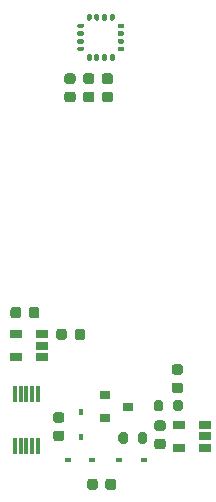
<source format=gbp>
%TF.GenerationSoftware,KiCad,Pcbnew,5.1.10-88a1d61d58~88~ubuntu18.04.1*%
%TF.CreationDate,2021-06-05T10:08:30+03:00*%
%TF.ProjectId,ebyte-E73-2G4M08S1x-board,65627974-652d-4453-9733-2d3247344d30,rev?*%
%TF.SameCoordinates,Original*%
%TF.FileFunction,Paste,Bot*%
%TF.FilePolarity,Positive*%
%FSLAX46Y46*%
G04 Gerber Fmt 4.6, Leading zero omitted, Abs format (unit mm)*
G04 Created by KiCad (PCBNEW 5.1.10-88a1d61d58~88~ubuntu18.04.1) date 2021-06-05 10:08:30*
%MOMM*%
%LPD*%
G01*
G04 APERTURE LIST*
%ADD10R,0.300000X1.400000*%
%ADD11R,0.600000X0.450000*%
%ADD12R,0.450000X0.600000*%
%ADD13R,1.060000X0.650000*%
%ADD14R,0.900000X0.800000*%
G04 APERTURE END LIST*
%TO.C,C11*%
G36*
G01*
X148405000Y-113923000D02*
X148405000Y-114423000D01*
G75*
G02*
X148180000Y-114648000I-225000J0D01*
G01*
X147730000Y-114648000D01*
G75*
G02*
X147505000Y-114423000I0J225000D01*
G01*
X147505000Y-113923000D01*
G75*
G02*
X147730000Y-113698000I225000J0D01*
G01*
X148180000Y-113698000D01*
G75*
G02*
X148405000Y-113923000I0J-225000D01*
G01*
G37*
G36*
G01*
X149955000Y-113923000D02*
X149955000Y-114423000D01*
G75*
G02*
X149730000Y-114648000I-225000J0D01*
G01*
X149280000Y-114648000D01*
G75*
G02*
X149055000Y-114423000I0J225000D01*
G01*
X149055000Y-113923000D01*
G75*
G02*
X149280000Y-113698000I225000J0D01*
G01*
X149730000Y-113698000D01*
G75*
G02*
X149955000Y-113923000I0J-225000D01*
G01*
G37*
%TD*%
%TO.C,C9*%
G36*
G01*
X147387500Y-80919500D02*
X147887500Y-80919500D01*
G75*
G02*
X148112500Y-81144500I0J-225000D01*
G01*
X148112500Y-81594500D01*
G75*
G02*
X147887500Y-81819500I-225000J0D01*
G01*
X147387500Y-81819500D01*
G75*
G02*
X147162500Y-81594500I0J225000D01*
G01*
X147162500Y-81144500D01*
G75*
G02*
X147387500Y-80919500I225000J0D01*
G01*
G37*
G36*
G01*
X147387500Y-79369500D02*
X147887500Y-79369500D01*
G75*
G02*
X148112500Y-79594500I0J-225000D01*
G01*
X148112500Y-80044500D01*
G75*
G02*
X147887500Y-80269500I-225000J0D01*
G01*
X147387500Y-80269500D01*
G75*
G02*
X147162500Y-80044500I0J225000D01*
G01*
X147162500Y-79594500D01*
G75*
G02*
X147387500Y-79369500I225000J0D01*
G01*
G37*
%TD*%
%TO.C,C10*%
G36*
G01*
X145800000Y-80919500D02*
X146300000Y-80919500D01*
G75*
G02*
X146525000Y-81144500I0J-225000D01*
G01*
X146525000Y-81594500D01*
G75*
G02*
X146300000Y-81819500I-225000J0D01*
G01*
X145800000Y-81819500D01*
G75*
G02*
X145575000Y-81594500I0J225000D01*
G01*
X145575000Y-81144500D01*
G75*
G02*
X145800000Y-80919500I225000J0D01*
G01*
G37*
G36*
G01*
X145800000Y-79369500D02*
X146300000Y-79369500D01*
G75*
G02*
X146525000Y-79594500I0J-225000D01*
G01*
X146525000Y-80044500D01*
G75*
G02*
X146300000Y-80269500I-225000J0D01*
G01*
X145800000Y-80269500D01*
G75*
G02*
X145575000Y-80044500I0J225000D01*
G01*
X145575000Y-79594500D01*
G75*
G02*
X145800000Y-79369500I225000J0D01*
G01*
G37*
%TD*%
%TO.C,R2*%
G36*
G01*
X151809000Y-110511000D02*
X151809000Y-109961000D01*
G75*
G02*
X152009000Y-109761000I200000J0D01*
G01*
X152409000Y-109761000D01*
G75*
G02*
X152609000Y-109961000I0J-200000D01*
G01*
X152609000Y-110511000D01*
G75*
G02*
X152409000Y-110711000I-200000J0D01*
G01*
X152009000Y-110711000D01*
G75*
G02*
X151809000Y-110511000I0J200000D01*
G01*
G37*
G36*
G01*
X150159000Y-110511000D02*
X150159000Y-109961000D01*
G75*
G02*
X150359000Y-109761000I200000J0D01*
G01*
X150759000Y-109761000D01*
G75*
G02*
X150959000Y-109961000I0J-200000D01*
G01*
X150959000Y-110511000D01*
G75*
G02*
X150759000Y-110711000I-200000J0D01*
G01*
X150359000Y-110711000D01*
G75*
G02*
X150159000Y-110511000I0J200000D01*
G01*
G37*
%TD*%
D10*
%TO.C,U3*%
X143367000Y-106512000D03*
X142867000Y-106512000D03*
X142367000Y-106512000D03*
X141867000Y-106512000D03*
X141367000Y-106512000D03*
X141367000Y-110912000D03*
X141867000Y-110912000D03*
X142367000Y-110912000D03*
X142867000Y-110912000D03*
X143367000Y-110912000D03*
%TD*%
%TO.C,C1*%
G36*
G01*
X153920000Y-109657000D02*
X153420000Y-109657000D01*
G75*
G02*
X153195000Y-109432000I0J225000D01*
G01*
X153195000Y-108982000D01*
G75*
G02*
X153420000Y-108757000I225000J0D01*
G01*
X153920000Y-108757000D01*
G75*
G02*
X154145000Y-108982000I0J-225000D01*
G01*
X154145000Y-109432000D01*
G75*
G02*
X153920000Y-109657000I-225000J0D01*
G01*
G37*
G36*
G01*
X153920000Y-111207000D02*
X153420000Y-111207000D01*
G75*
G02*
X153195000Y-110982000I0J225000D01*
G01*
X153195000Y-110532000D01*
G75*
G02*
X153420000Y-110307000I225000J0D01*
G01*
X153920000Y-110307000D01*
G75*
G02*
X154145000Y-110532000I0J-225000D01*
G01*
X154145000Y-110982000D01*
G75*
G02*
X153920000Y-111207000I-225000J0D01*
G01*
G37*
%TD*%
D11*
%TO.C,D3*%
X152307000Y-112077500D03*
X150207000Y-112077500D03*
%TD*%
%TO.C,U4*%
G36*
G01*
X147478500Y-78202000D02*
X147478500Y-77852000D01*
G75*
G02*
X147578500Y-77752000I100000J0D01*
G01*
X147778500Y-77752000D01*
G75*
G02*
X147878500Y-77852000I0J-100000D01*
G01*
X147878500Y-78202000D01*
G75*
G02*
X147778500Y-78302000I-100000J0D01*
G01*
X147578500Y-78302000D01*
G75*
G02*
X147478500Y-78202000I0J100000D01*
G01*
G37*
G36*
G01*
X148128500Y-78202000D02*
X148128500Y-77852000D01*
G75*
G02*
X148228500Y-77752000I100000J0D01*
G01*
X148428500Y-77752000D01*
G75*
G02*
X148528500Y-77852000I0J-100000D01*
G01*
X148528500Y-78202000D01*
G75*
G02*
X148428500Y-78302000I-100000J0D01*
G01*
X148228500Y-78302000D01*
G75*
G02*
X148128500Y-78202000I0J100000D01*
G01*
G37*
G36*
G01*
X148778500Y-78202000D02*
X148778500Y-77852000D01*
G75*
G02*
X148878500Y-77752000I100000J0D01*
G01*
X149078500Y-77752000D01*
G75*
G02*
X149178500Y-77852000I0J-100000D01*
G01*
X149178500Y-78202000D01*
G75*
G02*
X149078500Y-78302000I-100000J0D01*
G01*
X148878500Y-78302000D01*
G75*
G02*
X148778500Y-78202000I0J100000D01*
G01*
G37*
G36*
G01*
X149428500Y-78202000D02*
X149428500Y-77852000D01*
G75*
G02*
X149528500Y-77752000I100000J0D01*
G01*
X149728500Y-77752000D01*
G75*
G02*
X149828500Y-77852000I0J-100000D01*
G01*
X149828500Y-78202000D01*
G75*
G02*
X149728500Y-78302000I-100000J0D01*
G01*
X149528500Y-78302000D01*
G75*
G02*
X149428500Y-78202000I0J100000D01*
G01*
G37*
G36*
G01*
X150078500Y-77402000D02*
X150078500Y-77202000D01*
G75*
G02*
X150178500Y-77102000I100000J0D01*
G01*
X150528500Y-77102000D01*
G75*
G02*
X150628500Y-77202000I0J-100000D01*
G01*
X150628500Y-77402000D01*
G75*
G02*
X150528500Y-77502000I-100000J0D01*
G01*
X150178500Y-77502000D01*
G75*
G02*
X150078500Y-77402000I0J100000D01*
G01*
G37*
G36*
G01*
X150078500Y-76752000D02*
X150078500Y-76552000D01*
G75*
G02*
X150178500Y-76452000I100000J0D01*
G01*
X150528500Y-76452000D01*
G75*
G02*
X150628500Y-76552000I0J-100000D01*
G01*
X150628500Y-76752000D01*
G75*
G02*
X150528500Y-76852000I-100000J0D01*
G01*
X150178500Y-76852000D01*
G75*
G02*
X150078500Y-76752000I0J100000D01*
G01*
G37*
G36*
G01*
X150078500Y-76102000D02*
X150078500Y-75902000D01*
G75*
G02*
X150178500Y-75802000I100000J0D01*
G01*
X150528500Y-75802000D01*
G75*
G02*
X150628500Y-75902000I0J-100000D01*
G01*
X150628500Y-76102000D01*
G75*
G02*
X150528500Y-76202000I-100000J0D01*
G01*
X150178500Y-76202000D01*
G75*
G02*
X150078500Y-76102000I0J100000D01*
G01*
G37*
G36*
G01*
X150078500Y-75452000D02*
X150078500Y-75252000D01*
G75*
G02*
X150178500Y-75152000I100000J0D01*
G01*
X150528500Y-75152000D01*
G75*
G02*
X150628500Y-75252000I0J-100000D01*
G01*
X150628500Y-75452000D01*
G75*
G02*
X150528500Y-75552000I-100000J0D01*
G01*
X150178500Y-75552000D01*
G75*
G02*
X150078500Y-75452000I0J100000D01*
G01*
G37*
G36*
G01*
X149428500Y-74802000D02*
X149428500Y-74452000D01*
G75*
G02*
X149528500Y-74352000I100000J0D01*
G01*
X149728500Y-74352000D01*
G75*
G02*
X149828500Y-74452000I0J-100000D01*
G01*
X149828500Y-74802000D01*
G75*
G02*
X149728500Y-74902000I-100000J0D01*
G01*
X149528500Y-74902000D01*
G75*
G02*
X149428500Y-74802000I0J100000D01*
G01*
G37*
G36*
G01*
X148778500Y-74802000D02*
X148778500Y-74452000D01*
G75*
G02*
X148878500Y-74352000I100000J0D01*
G01*
X149078500Y-74352000D01*
G75*
G02*
X149178500Y-74452000I0J-100000D01*
G01*
X149178500Y-74802000D01*
G75*
G02*
X149078500Y-74902000I-100000J0D01*
G01*
X148878500Y-74902000D01*
G75*
G02*
X148778500Y-74802000I0J100000D01*
G01*
G37*
G36*
G01*
X148128500Y-74802000D02*
X148128500Y-74452000D01*
G75*
G02*
X148228500Y-74352000I100000J0D01*
G01*
X148428500Y-74352000D01*
G75*
G02*
X148528500Y-74452000I0J-100000D01*
G01*
X148528500Y-74802000D01*
G75*
G02*
X148428500Y-74902000I-100000J0D01*
G01*
X148228500Y-74902000D01*
G75*
G02*
X148128500Y-74802000I0J100000D01*
G01*
G37*
G36*
G01*
X147478500Y-74802000D02*
X147478500Y-74452000D01*
G75*
G02*
X147578500Y-74352000I100000J0D01*
G01*
X147778500Y-74352000D01*
G75*
G02*
X147878500Y-74452000I0J-100000D01*
G01*
X147878500Y-74802000D01*
G75*
G02*
X147778500Y-74902000I-100000J0D01*
G01*
X147578500Y-74902000D01*
G75*
G02*
X147478500Y-74802000I0J100000D01*
G01*
G37*
G36*
G01*
X146678500Y-75452000D02*
X146678500Y-75252000D01*
G75*
G02*
X146778500Y-75152000I100000J0D01*
G01*
X147128500Y-75152000D01*
G75*
G02*
X147228500Y-75252000I0J-100000D01*
G01*
X147228500Y-75452000D01*
G75*
G02*
X147128500Y-75552000I-100000J0D01*
G01*
X146778500Y-75552000D01*
G75*
G02*
X146678500Y-75452000I0J100000D01*
G01*
G37*
G36*
G01*
X146678500Y-76102000D02*
X146678500Y-75902000D01*
G75*
G02*
X146778500Y-75802000I100000J0D01*
G01*
X147128500Y-75802000D01*
G75*
G02*
X147228500Y-75902000I0J-100000D01*
G01*
X147228500Y-76102000D01*
G75*
G02*
X147128500Y-76202000I-100000J0D01*
G01*
X146778500Y-76202000D01*
G75*
G02*
X146678500Y-76102000I0J100000D01*
G01*
G37*
G36*
G01*
X146678500Y-76752000D02*
X146678500Y-76552000D01*
G75*
G02*
X146778500Y-76452000I100000J0D01*
G01*
X147128500Y-76452000D01*
G75*
G02*
X147228500Y-76552000I0J-100000D01*
G01*
X147228500Y-76752000D01*
G75*
G02*
X147128500Y-76852000I-100000J0D01*
G01*
X146778500Y-76852000D01*
G75*
G02*
X146678500Y-76752000I0J100000D01*
G01*
G37*
G36*
G01*
X146678500Y-77402000D02*
X146678500Y-77202000D01*
G75*
G02*
X146778500Y-77102000I100000J0D01*
G01*
X147128500Y-77102000D01*
G75*
G02*
X147228500Y-77202000I0J-100000D01*
G01*
X147228500Y-77402000D01*
G75*
G02*
X147128500Y-77502000I-100000J0D01*
G01*
X146778500Y-77502000D01*
G75*
G02*
X146678500Y-77402000I0J100000D01*
G01*
G37*
%TD*%
%TO.C,D2*%
X145855000Y-112141000D03*
X147955000Y-112141000D03*
%TD*%
%TO.C,C3*%
G36*
G01*
X145347500Y-108958500D02*
X144847500Y-108958500D01*
G75*
G02*
X144622500Y-108733500I0J225000D01*
G01*
X144622500Y-108283500D01*
G75*
G02*
X144847500Y-108058500I225000J0D01*
G01*
X145347500Y-108058500D01*
G75*
G02*
X145572500Y-108283500I0J-225000D01*
G01*
X145572500Y-108733500D01*
G75*
G02*
X145347500Y-108958500I-225000J0D01*
G01*
G37*
G36*
G01*
X145347500Y-110508500D02*
X144847500Y-110508500D01*
G75*
G02*
X144622500Y-110283500I0J225000D01*
G01*
X144622500Y-109833500D01*
G75*
G02*
X144847500Y-109608500I225000J0D01*
G01*
X145347500Y-109608500D01*
G75*
G02*
X145572500Y-109833500I0J-225000D01*
G01*
X145572500Y-110283500D01*
G75*
G02*
X145347500Y-110508500I-225000J0D01*
G01*
G37*
%TD*%
D12*
%TO.C,D1*%
X147002500Y-110143000D03*
X147002500Y-108043000D03*
%TD*%
D13*
%TO.C,U1*%
X155300500Y-109159000D03*
X155300500Y-111059000D03*
X157500500Y-111059000D03*
X157500500Y-110109000D03*
X157500500Y-109159000D03*
%TD*%
%TO.C,C5*%
G36*
G01*
X155393200Y-104894800D02*
X154893200Y-104894800D01*
G75*
G02*
X154668200Y-104669800I0J225000D01*
G01*
X154668200Y-104219800D01*
G75*
G02*
X154893200Y-103994800I225000J0D01*
G01*
X155393200Y-103994800D01*
G75*
G02*
X155618200Y-104219800I0J-225000D01*
G01*
X155618200Y-104669800D01*
G75*
G02*
X155393200Y-104894800I-225000J0D01*
G01*
G37*
G36*
G01*
X155393200Y-106444800D02*
X154893200Y-106444800D01*
G75*
G02*
X154668200Y-106219800I0J225000D01*
G01*
X154668200Y-105769800D01*
G75*
G02*
X154893200Y-105544800I225000J0D01*
G01*
X155393200Y-105544800D01*
G75*
G02*
X155618200Y-105769800I0J-225000D01*
G01*
X155618200Y-106219800D01*
G75*
G02*
X155393200Y-106444800I-225000J0D01*
G01*
G37*
%TD*%
%TO.C,R3*%
G36*
G01*
X154794000Y-107780500D02*
X154794000Y-107230500D01*
G75*
G02*
X154994000Y-107030500I200000J0D01*
G01*
X155394000Y-107030500D01*
G75*
G02*
X155594000Y-107230500I0J-200000D01*
G01*
X155594000Y-107780500D01*
G75*
G02*
X155394000Y-107980500I-200000J0D01*
G01*
X154994000Y-107980500D01*
G75*
G02*
X154794000Y-107780500I0J200000D01*
G01*
G37*
G36*
G01*
X153144000Y-107780500D02*
X153144000Y-107230500D01*
G75*
G02*
X153344000Y-107030500I200000J0D01*
G01*
X153744000Y-107030500D01*
G75*
G02*
X153944000Y-107230500I0J-200000D01*
G01*
X153944000Y-107780500D01*
G75*
G02*
X153744000Y-107980500I-200000J0D01*
G01*
X153344000Y-107980500D01*
G75*
G02*
X153144000Y-107780500I0J200000D01*
G01*
G37*
%TD*%
D14*
%TO.C,Q1*%
X150987000Y-107581700D03*
X148987000Y-106631700D03*
X148987000Y-108531700D03*
%TD*%
%TO.C,C4*%
G36*
G01*
X142565000Y-99881500D02*
X142565000Y-99381500D01*
G75*
G02*
X142790000Y-99156500I225000J0D01*
G01*
X143240000Y-99156500D01*
G75*
G02*
X143465000Y-99381500I0J-225000D01*
G01*
X143465000Y-99881500D01*
G75*
G02*
X143240000Y-100106500I-225000J0D01*
G01*
X142790000Y-100106500D01*
G75*
G02*
X142565000Y-99881500I0J225000D01*
G01*
G37*
G36*
G01*
X141015000Y-99881500D02*
X141015000Y-99381500D01*
G75*
G02*
X141240000Y-99156500I225000J0D01*
G01*
X141690000Y-99156500D01*
G75*
G02*
X141915000Y-99381500I0J-225000D01*
G01*
X141915000Y-99881500D01*
G75*
G02*
X141690000Y-100106500I-225000J0D01*
G01*
X141240000Y-100106500D01*
G75*
G02*
X141015000Y-99881500I0J225000D01*
G01*
G37*
%TD*%
D13*
%TO.C,U2*%
X141444800Y-101462800D03*
X141444800Y-103362800D03*
X143644800Y-103362800D03*
X143644800Y-102412800D03*
X143644800Y-101462800D03*
%TD*%
%TO.C,C2*%
G36*
G01*
X146438500Y-101723000D02*
X146438500Y-101223000D01*
G75*
G02*
X146663500Y-100998000I225000J0D01*
G01*
X147113500Y-100998000D01*
G75*
G02*
X147338500Y-101223000I0J-225000D01*
G01*
X147338500Y-101723000D01*
G75*
G02*
X147113500Y-101948000I-225000J0D01*
G01*
X146663500Y-101948000D01*
G75*
G02*
X146438500Y-101723000I0J225000D01*
G01*
G37*
G36*
G01*
X144888500Y-101723000D02*
X144888500Y-101223000D01*
G75*
G02*
X145113500Y-100998000I225000J0D01*
G01*
X145563500Y-100998000D01*
G75*
G02*
X145788500Y-101223000I0J-225000D01*
G01*
X145788500Y-101723000D01*
G75*
G02*
X145563500Y-101948000I-225000J0D01*
G01*
X145113500Y-101948000D01*
G75*
G02*
X144888500Y-101723000I0J225000D01*
G01*
G37*
%TD*%
%TO.C,C6*%
G36*
G01*
X148975000Y-80919500D02*
X149475000Y-80919500D01*
G75*
G02*
X149700000Y-81144500I0J-225000D01*
G01*
X149700000Y-81594500D01*
G75*
G02*
X149475000Y-81819500I-225000J0D01*
G01*
X148975000Y-81819500D01*
G75*
G02*
X148750000Y-81594500I0J225000D01*
G01*
X148750000Y-81144500D01*
G75*
G02*
X148975000Y-80919500I225000J0D01*
G01*
G37*
G36*
G01*
X148975000Y-79369500D02*
X149475000Y-79369500D01*
G75*
G02*
X149700000Y-79594500I0J-225000D01*
G01*
X149700000Y-80044500D01*
G75*
G02*
X149475000Y-80269500I-225000J0D01*
G01*
X148975000Y-80269500D01*
G75*
G02*
X148750000Y-80044500I0J225000D01*
G01*
X148750000Y-79594500D01*
G75*
G02*
X148975000Y-79369500I225000J0D01*
G01*
G37*
%TD*%
M02*

</source>
